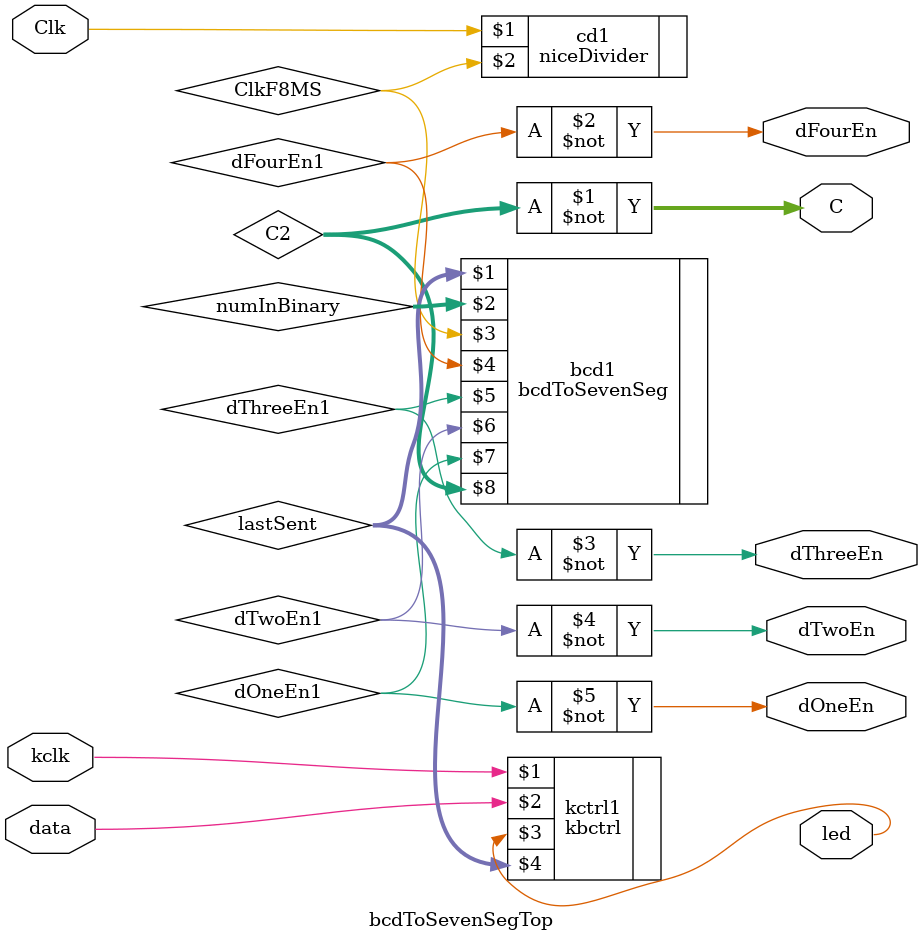
<source format=v>
module bcdToSevenSegTop(data,kclk,Clk,dFourEn,dThreeEn,dTwoEn,dOneEn,C,led);//CA,CB,CC,CD,CE,CF,CG);
  

input Clk;
input data;
input kclk;
output dFourEn;
output dThreeEn;
output dTwoEn;
output dOneEn;
output led;
/*
output CA;
output CB;
output CC;
output CD;
output CE;
output CF;
output CG;
*/
output [6:0] C;
//wire Clk1HZ;
wire ClkF8MS;
wire [15:0] bcdIN;
wire [13:0] numInBinary;
wire [6:0] C2;

wire dFourEn1;
wire dThreeEn1;
wire dTwoEn1;
wire dOneEn1;

wire [15:0] lastSent;


assign C = ~C2;
assign dFourEn = ~dFourEn1;
assign dThreeEn = ~dThreeEn1;
assign dTwoEn = ~dTwoEn1;
assign dOneEn = ~dOneEn1;


niceDivider cd1(Clk,/*Clk1HZ,*/ClkF8MS);
kbctrl kctrl1 (kclk,data,led,lastSent);

bcdToSevenSeg bcd1(lastSent,numInBinary,/*Clk1HZ,*/ClkF8MS,dFourEn1,dThreeEn1,dTwoEn1,dOneEn1,C2);//CA,CB,CC,CD,CE,CF,CG);


endmodule
  

</source>
